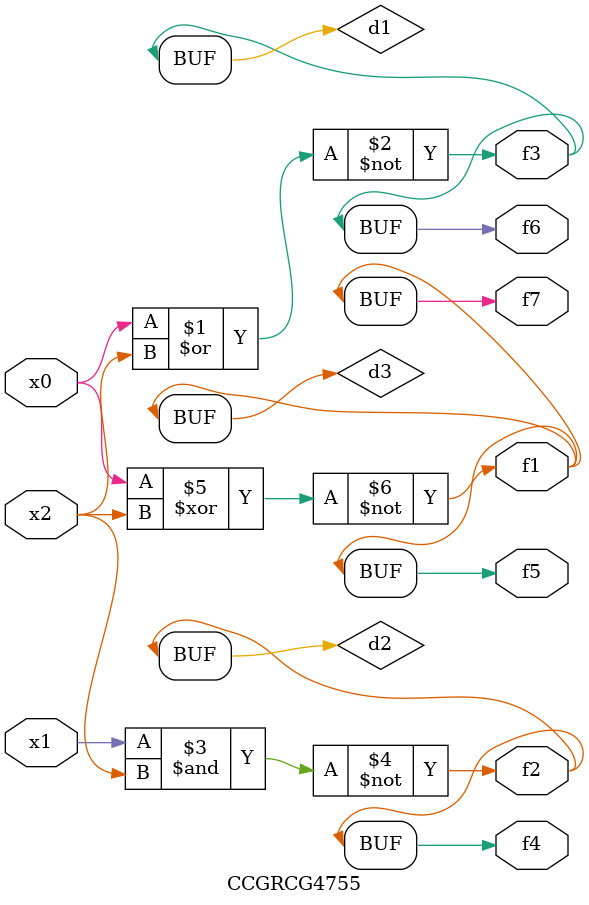
<source format=v>
module CCGRCG4755(
	input x0, x1, x2,
	output f1, f2, f3, f4, f5, f6, f7
);

	wire d1, d2, d3;

	nor (d1, x0, x2);
	nand (d2, x1, x2);
	xnor (d3, x0, x2);
	assign f1 = d3;
	assign f2 = d2;
	assign f3 = d1;
	assign f4 = d2;
	assign f5 = d3;
	assign f6 = d1;
	assign f7 = d3;
endmodule

</source>
